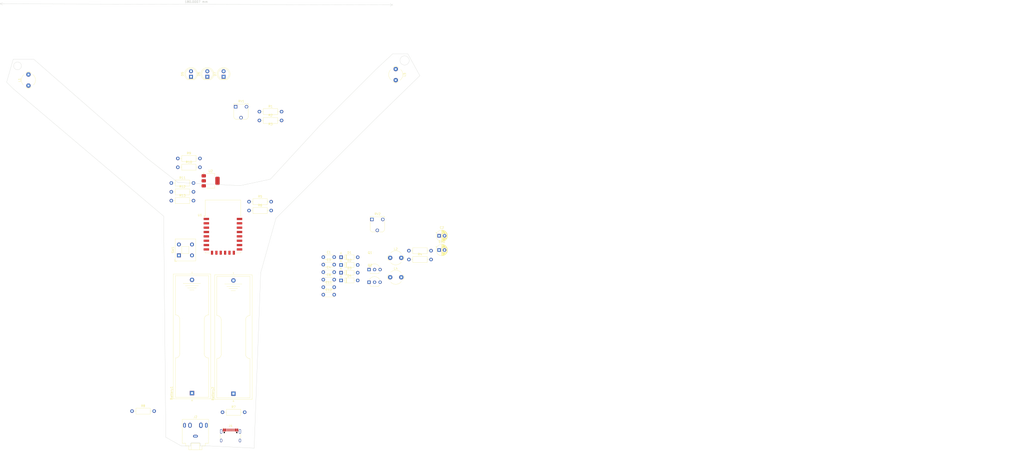
<source format=kicad_pcb>
(kicad_pcb (version 20240108) (generator "pcbnew") (generator_version "8.0")
  (layers (0 "F.Cu" signal) (31 "B.Cu" signal) (34 "B.Paste" user) (35 "F.Paste" user) (36 "B.SilkS" user "B.Silkscreen") (37 "F.SilkS" user "F.Silkscreen") (38 "B.Mask" user) (39 "F.Mask" user) (44 "Edge.Cuts" user))
  (net 0 "")
  (net 1 "Net-(C1-Pad2)")
  (net 2 "Net-(D2-A)")
  (net 3 "Net-(Q1-C)")
  (net 4 "Net-(D1-A)")
  (net 5 "GND_ESP")
  (net 6 "Net-(C10-Pad1)")
  (net 7 "Net-(D4-A)")
  (net 8 "Net-(Q2-C)")
  (net 9 "Net-(D3-A)")
  (net 10 "GND1")
  (net 13 "Net-(Q1-B)")
  (net 14 "Net-(Q2-B)")
  (net 15 "Net-(R2-Pad2)")
  (net 16 "Net-(R4-Pad2)")
  (net 17 "A0")
  (net 18 "GND2")
  (net 33 "Net-(Battery1-+)")
  (net 34 "Net-(Battery1--)")
  (net 35 "Net-(Battery2--)")
  (net 37 "Net-(U2-VI)")
  (net 38 "Net-(J4-CC1)")
  (net 39 "Net-(J4-CC2)")
  (net 40 "Net-(U1-GND)")
  (net 41 "Net-(U1-EN)")
  (net 42 "Net-(D5-K)")
  (net 43 "Net-(D6-K)")
  (net 44 "Net-(D7-K)")
  (net 45 "Net-(D6-A)")
  (net 46 "Net-(D5-A)")
  (net 47 "Net-(D7-A)")
  (footprint "Connector_USB:USB_C_Receptacle_HCTL_HC-TYPE-C-16P-01A" (layer "F.Cu") (at 48.18 195.925)
    (property "Reference" "J4" (at 0 -5.645 0) (layer "F.SilkS"))
    (property "Value" "USB_C_Receptacle_PowerOnly_6P")
    (pad "" np_thru_hole circle (at -2.89 -2.605) (size 0.65 0.65) (drill 0.65) (layers "*.Mask"))
    (pad "" np_thru_hole circle (at 2.89 -2.605) (size 0.65 0.65) (drill 0.65) (layers "*.Mask"))
    (pad "A1" smd roundrect (at -3.2 -3.745) (size 0.6 1.3) (layers "F.Cu" "F.Paste" "F.Mask"))
    (pad "A4" smd roundrect (at -2.4 -3.745) (size 0.6 1.3) (layers "F.Cu" "F.Paste" "F.Mask"))
    (pad "A5" smd roundrect (at -1.25 -3.745) (size 0.3 1.3) (layers "F.Cu" "F.Paste" "F.Mask") (net 38 "Net-(J4-CC1)"))
    (pad "A6" smd roundrect (at -0.25 -3.745) (size 0.3 1.3) (layers "F.Cu" "F.Paste" "F.Mask"))
    (pad "A7" smd roundrect (at 0.25 -3.745) (size 0.3 1.3) (layers "F.Cu" "F.Paste" "F.Mask"))
    (pad "A8" smd roundrect (at 1.25 -3.745) (size 0.3 1.3) (layers "F.Cu" "F.Paste" "F.Mask"))
    (pad "A9" smd roundrect (at 2.4 -3.745) (size 0.6 1.3) (layers "F.Cu" "F.Paste" "F.Mask") (net 37 "Net-(U2-VI)"))
    (pad "A12" smd roundrect (at 3.2 -3.745) (size 0.6 1.3) (layers "F.Cu" "F.Paste" "F.Mask") (net 40 "Net-(U1-GND)"))
    (pad "B1" smd roundrect (at 3.2 -3.745) (size 0.6 1.3) (layers "F.Cu" "F.Paste" "F.Mask"))
    (pad "B4" smd roundrect (at 2.4 -3.745) (size 0.6 1.3) (layers "F.Cu" "F.Paste" "F.Mask"))
    (pad "B5" smd roundrect (at 1.75 -3.745) (size 0.3 1.3) (layers "F.Cu" "F.Paste" "F.Mask") (net 39 "Net-(J4-CC2)"))
    (pad "B6" smd roundrect (at 0.75 -3.745) (size 0.3 1.3) (layers "F.Cu" "F.Paste" "F.Mask"))
    (pad "B7" smd roundrect (at -0.75 -3.745) (size 0.3 1.3) (layers "F.Cu" "F.Paste" "F.Mask"))
    (pad "B8" smd roundrect (at -1.75 -3.745) (size 0.3 1.3) (layers "F.Cu" "F.Paste" "F.Mask"))
    (pad "B9" smd roundrect (at -2.4 -3.745) (size 0.6 1.3) (layers "F.Cu" "F.Paste" "F.Mask") (net 37 "Net-(U2-VI)"))
    (pad "B12" smd roundrect (at -3.2 -3.745) (size 0.6 1.3) (layers "F.Cu" "F.Paste" "F.Mask") (net 40 "Net-(U1-GND)"))
    (pad "S1" thru_hole oval (at -4.32 -3.105) (size 1 2.1) (drill oval 0.6 1.7) (layers "*.Cu" "*.Mask"))
    (pad "S1" thru_hole oval (at -4.32 1.075) (size 1 1.6) (drill oval 0.6 1.2) (layers "*.Cu" "*.Mask"))
    (pad "S1" thru_hole oval (at 4.32 -3.105) (size 1 2.1) (drill oval 0.6 1.7) (layers "*.Cu" "*.Mask"))
    (pad "S1" thru_hole oval (at 4.32 1.075) (size 1 1.6) (drill oval 0.6 1.2) (layers "*.Cu" "*.Mask"))
  )
  (footprint "Capacitor_THT:C_Disc_D4.3mm_W1.9mm_P5.00mm" (layer "F.Cu") (at 90.73 119.7)
    (property "Reference" "C4" (at 2.5 -2.2 0) (layer "F.SilkS"))
    (property "Value" "102")
    (pad "1" thru_hole circle (at 0 0) (size 1.6 1.6) (drill 0.8) (layers "*.Cu" "*.Mask") (net 33 "Net-(Battery1-+)"))
    (pad "2" thru_hole circle (at 5 0) (size 1.6 1.6) (drill 0.8) (layers "*.Cu" "*.Mask") (net 17 "A0"))
  )
  (footprint "Diode_THT:D_DO-35_SOD27_P7.62mm_Horizontal" (layer "F.Cu") (at 98.88 119.95)
    (property "Reference" "D3" (at 3.81 -2.12 0) (layer "F.SilkS"))
    (property "Value" "1N4148")
    (fp_text user "K" (at 0 -1.8 0) (layer "F.SilkS"))
    (pad "1" thru_hole rect (at 0 0) (size 1.6 1.6) (drill 0.8) (layers "*.Cu" "*.Mask") (net 18 "GND2"))
    (pad "2" thru_hole oval (at 7.62 0) (size 1.6 1.6) (drill 0.8) (layers "*.Cu" "*.Mask") (net 9 "Net-(D3-A)"))
  )
  (footprint "Battery:BatteryHolder_Keystone_2460_1xAA" (layer "F.Cu") (at 49.5 175.5 90)
    (property "Reference" "Battery2" (at -0.02 -9.42 90) (layer "F.SilkS"))
    (property "Value" "1.5V")
    (fp_text user "+" (at -3.4 -0.06 90) (layer "F.SilkS"))
    (fp_text user "-" (at 55.37 -0.06 90) (layer "F.SilkS"))
    (pad "" np_thru_hole circle (at 2.75 -5.995 180) (size 2.64 2.64) (drill 2.64) (layers "*.Cu" "*.Mask"))
    (pad "" np_thru_hole circle (at 49.23 5.995 90) (size 2.64 2.64) (drill 2.64) (layers "*.Cu" "*.Mask"))
    (pad "1" thru_hole rect (at 0 0 270) (size 2 2) (drill 1.02) (layers "*.Cu" "*.Mask") (net 5 "GND_ESP"))
    (pad "2" thru_hole circle (at 51.99 0 270) (size 2 2) (drill 1.02) (layers "*.Cu" "*.Mask") (net 35 "Net-(Battery2--)"))
  )
  (footprint "Resistor_THT:R_Axial_DIN0207_L6.3mm_D2.5mm_P10.16mm_Horizontal" (layer "F.Cu") (at 21.03 82.825)
    (property "Reference" "R12" (at 5.08 -2.37 0) (layer "F.SilkS"))
    (property "Value" "100R")
    (pad "1" thru_hole circle (at 0 0) (size 1.6 1.6) (drill 0.8) (layers "*.Cu" "*.Mask") (net 40 "Net-(U1-GND)"))
    (pad "2" thru_hole oval (at 10.16 0) (size 1.6 1.6) (drill 0.8) (layers "*.Cu" "*.Mask") (net 43 "Net-(D6-K)"))
  )
  (footprint "LED_THT:LED_D5.0mm" (layer "F.Cu") (at 37.53 30 90)
    (property "Reference" "D6" (at 1.27 -3.96 90) (layer "F.SilkS"))
    (property "Value" "LED")
    (pad "1" thru_hole rect (at 0 0 90) (size 1.8 1.8) (drill 0.9) (layers "*.Cu" "*.Mask") (net 43 "Net-(D6-K)"))
    (pad "2" thru_hole circle (at 2.54 0 90) (size 1.8 1.8) (drill 0.9) (layers "*.Cu" "*.Mask") (net 45 "Net-(D6-A)"))
  )
  (footprint "Diode_THT:D_DO-35_SOD27_P7.62mm_Horizontal" (layer "F.Cu") (at 98.88 116.4)
    (property "Reference" "D2" (at 3.81 -2.12 0) (layer "F.SilkS"))
    (property "Value" "1N4148")
    (fp_text user "K" (at 0 -1.8 0) (layer "F.SilkS"))
    (pad "1" thru_hole rect (at 0 0) (size 1.6 1.6) (drill 0.8) (layers "*.Cu" "*.Mask") (net 4 "Net-(D1-A)"))
    (pad "2" thru_hole oval (at 7.62 0) (size 1.6 1.6) (drill 0.8) (layers "*.Cu" "*.Mask") (net 2 "Net-(D2-A)"))
  )
  (footprint "Resistor_THT:R_Axial_DIN0207_L6.3mm_D2.5mm_P10.16mm_Horizontal" (layer "F.Cu") (at 24 71.55)
    (property "Reference" "R10" (at 5.08 -2.37 0) (layer "F.SilkS"))
    (property "Value" "5.1K")
    (pad "1" thru_hole circle (at 0 0) (size 1.6 1.6) (drill 0.8) (layers "*.Cu" "*.Mask") (net 38 "Net-(J4-CC1)"))
    (pad "2" thru_hole oval (at 10.16 0) (size 1.6 1.6) (drill 0.8) (layers "*.Cu" "*.Mask") (net 40 "Net-(U1-GND)"))
  )
  (footprint "Resistor_THT:R_Axial_DIN0207_L6.3mm_D2.5mm_P10.16mm_Horizontal" (layer "F.Cu") (at 21.03 86.875)
    (property "Reference" "R13" (at 5.08 -2.37 0) (layer "F.SilkS"))
    (property "Value" "100R")
    (pad "1" thru_hole circle (at 0 0) (size 1.6 1.6) (drill 0.8) (layers "*.Cu" "*.Mask") (net 40 "Net-(U1-GND)"))
    (pad "2" thru_hole oval (at 10.16 0) (size 1.6 1.6) (drill 0.8) (layers "*.Cu" "*.Mask") (net 44 "Net-(D7-K)"))
  )
  (footprint "Resistor_THT:R_Axial_DIN0207_L6.3mm_D2.5mm_P10.16mm_Horizontal" (layer "F.Cu") (at 61.42 46)
    (property "Reference" "R1" (at 5.08 -2.37 0) (layer "F.SilkS"))
    (property "Value" "10K")
    (pad "1" thru_hole circle (at 0 0) (size 1.6 1.6) (drill 0.8) (layers "*.Cu" "*.Mask") (net 2 "Net-(D2-A)"))
    (pad "2" thru_hole oval (at 10.16 0) (size 1.6 1.6) (drill 0.8) (layers "*.Cu" "*.Mask") (net 1 "Net-(C1-Pad2)"))
  )
  (footprint "Resistor_THT:R_Axial_DIN0207_L6.3mm_D2.5mm_P10.16mm_Horizontal" (layer "F.Cu") (at 129.98 113.9)
    (property "Reference" "R4" (at 5.08 -2.37 0) (layer "F.SilkS"))
    (property "Value" "10K")
    (pad "1" thru_hole circle (at 0 0) (size 1.6 1.6) (drill 0.8) (layers "*.Cu" "*.Mask") (net 6 "Net-(C10-Pad1)"))
    (pad "2" thru_hole oval (at 10.16 0) (size 1.6 1.6) (drill 0.8) (layers "*.Cu" "*.Mask") (net 16 "Net-(R4-Pad2)"))
  )
  (footprint "Capacitor_THT:C_Disc_D4.3mm_W1.9mm_P5.00mm" (layer "F.Cu") (at 90.73 130.05)
    (property "Reference" "C12" (at 2.5 -2.2 0) (layer "F.SilkS"))
    (property "Value" "102")
    (pad "1" thru_hole circle (at 0 0) (size 1.6 1.6) (drill 0.8) (layers "*.Cu" "*.Mask") (net 5 "GND_ESP"))
    (pad "2" thru_hole circle (at 5 0) (size 1.6 1.6) (drill 0.8) (layers "*.Cu" "*.Mask") (net 17 "A0"))
  )
  (footprint "Resistor_THT:R_Axial_DIN0207_L6.3mm_D2.5mm_P10.16mm_Horizontal" (layer "F.Cu") (at 44.5 184)
    (property "Reference" "R7" (at 5.08 -2.37 360) (layer "F.SilkS"))
    (property "Value" "33R")
    (pad "1" thru_hole circle (at 0 0) (size 1.6 1.6) (drill 0.8) (layers "*.Cu" "*.Mask") (net 33 "Net-(Battery1-+)"))
    (pad "2" thru_hole oval (at 10.16 0) (size 1.6 1.6) (drill 0.8) (layers "*.Cu" "*.Mask") (net 17 "A0"))
  )
  (footprint "Capacitor_THT:CP_Radial_D5.0mm_P2.50mm" (layer "F.Cu") (at 143.829775 109.55)
    (property "Reference" "C10" (at 1.25 -3.75 0) (layer "F.SilkS"))
    (property "Value" "10uF")
    (pad "1" thru_hole rect (at 0 0) (size 1.6 1.6) (drill 0.8) (layers "*.Cu" "*.Mask") (net 6 "Net-(C10-Pad1)"))
    (pad "2" thru_hole circle (at 2.5 0) (size 1.6 1.6) (drill 0.8) (layers "*.Cu" "*.Mask") (net 7 "Net-(D4-A)"))
  )
  (footprint "Capacitor_THT:C_Disc_D4.3mm_W1.9mm_P5.00mm" (layer "F.Cu") (at 90.73 126.6)
    (property "Reference" "C11" (at 2.5 -2.2 0) (layer "F.SilkS"))
    (property "Value" "271")
    (pad "1" thru_hole circle (at 0 0) (size 1.6 1.6) (drill 0.8) (layers "*.Cu" "*.Mask") (net 9 "Net-(D3-A)"))
    (pad "2" thru_hole circle (at 5 0) (size 1.6 1.6) (drill 0.8) (layers "*.Cu" "*.Mask") (net 8 "Net-(Q2-C)"))
  )
  (footprint "Potentiometer_THT:Potentiometer_Runtron_RM-065_Vertical" (layer "F.Cu") (at 50.5 43.76)
    (property "Reference" "RV1" (at 2.6 -2.5 0) (layer "F.SilkS"))
    (property "Value" "50k")
    (pad "1" thru_hole rect (at 0 0) (size 1.56 1.56) (drill 1) (layers "*.Cu" "*.Mask") (net 15 "Net-(R2-Pad2)"))
    (pad "2" thru_hole circle (at 2.5 5) (size 1.56 1.56) (drill 1) (layers "*.Cu" "*.Mask") (net 15 "Net-(R2-Pad2)"))
    (pad "3" thru_hole circle (at 5 0) (size 1.56 1.56) (drill 1) (layers "*.Cu" "*.Mask") (net 33 "Net-(Battery1-+)"))
  )
  (footprint "LED_THT:LED_D5.0mm" (layer "F.Cu") (at 30.06 30 90)
    (property "Reference" "D5" (at 1.27 -3.96 90) (layer "F.SilkS"))
    (property "Value" "LED")
    (pad "1" thru_hole rect (at 0 0 90) (size 1.8 1.8) (drill 0.9) (layers "*.Cu" "*.Mask") (net 42 "Net-(D5-K)"))
    (pad "2" thru_hole circle (at 2.54 0 90) (size 1.8 1.8) (drill 0.9) (layers "*.Cu" "*.Mask") (net 46 "Net-(D5-A)"))
  )
  (footprint "Package_TO_SOT_THT:TO-92_Inline_Wide" (layer "F.Cu") (at 111.69 118.53)
    (property "Reference" "Q1" (at 0.46 -7.76 0) (layer "F.SilkS"))
    (property "Value" "BC547/S9014")
    (pad "1" thru_hole rect (at 0 0) (size 1.5 1.5) (drill 0.8) (layers "*.Cu" "*.Mask") (net 3 "Net-(Q1-C)"))
    (pad "2" thru_hole circle (at 2.54 0) (size 1.5 1.5) (drill 0.8) (layers "*.Cu" "*.Mask") (net 13 "Net-(Q1-B)"))
    (pad "3" thru_hole circle (at 5.08 0) (size 1.5 1.5) (drill 0.8) (layers "*.Cu" "*.Mask") (net 10 "GND1"))
  )
  (footprint "Diode_THT:D_DO-35_SOD27_P7.62mm_Horizontal" (layer "F.Cu") (at 98.88 123.5)
    (property "Reference" "D4" (at 3.81 -2.12 0) (layer "F.SilkS"))
    (property "Value" "1N4148")
    (fp_text user "K" (at 0 -1.8 0) (layer "F.SilkS"))
    (pad "1" thru_hole rect (at 0 0) (size 1.6 1.6) (drill 0.8) (layers "*.Cu" "*.Mask") (net 9 "Net-(D3-A)"))
    (pad "2" thru_hole oval (at 7.62 0) (size 1.6 1.6) (drill 0.8) (layers "*.Cu" "*.Mask") (net 7 "Net-(D4-A)"))
  )
  (footprint "Battery:BatteryHolder_Keystone_2460_1xAA" (layer "F.Cu") (at 30.505 175.23 90)
    (property "Reference" "Battery1" (at -0.02 -9.42 90) (layer "F.SilkS"))
    (property "Value" "1.5V")
    (fp_text user "-" (at 55.37 -0.06 90) (layer "F.SilkS"))
    (fp_text user "+" (at -3.4 -0.06 90) (layer "F.SilkS"))
    (pad "" np_thru_hole circle (at 2.75 -5.995 180) (size 2.64 2.64) (drill 2.64) (layers "*.Cu" "*.Mask"))
    (pad "" np_thru_hole circle (at 49.23 5.995 90) (size 2.64 2.64) (drill 2.64) (layers "*.Cu" "*.Mask"))
    (pad "1" thru_hole rect (at 0 0 270) (size 2 2) (drill 1.02) (layers "*.Cu" "*.Mask") (net 33 "Net-(Battery1-+)"))
    (pad "2" thru_hole circle (at 51.99 0 270) (size 2 2) (drill 1.02) (layers "*.Cu" "*.Mask") (net 34 "Net-(Battery1--)"))
  )
  (footprint "Resistor_THT:R_Axial_DIN0207_L6.3mm_D2.5mm_P10.16mm_Horizontal" (layer "F.Cu") (at 21.03 78.775)
    (property "Reference" "R11" (at 5.08 -2.37 0) (layer "F.SilkS"))
    (property "Value" "100R")
    (pad "1" thru_hole circle (at 0 0) (size 1.6 1.6) (drill 0.8) (layers "*.Cu" "*.Mask") (net 40 "Net-(U1-GND)"))
    (pad "2" thru_hole oval (at 10.16 0) (size 1.6 1.6) (drill 0.8) (layers "*.Cu" "*.Mask") (net 42 "Net-(D5-K)"))
  )
  (footprint "Ferrite_THT:LairdTech_28C0236-0JW-10" (layer "F.Cu") (at 121.402832 122.05)
    (property "Reference" "L4" (at 2.54 -4.064 0) (layer "F.SilkS"))
    (property "Value" "2.2mH")
    (pad "1" thru_hole circle (at 0 0) (size 2 2) (drill 0.8) (layers "*.Cu" "*.Mask") (net 8 "Net-(Q2-C)"))
    (pad "2" thru_hole circle (at 5.08 0) (size 2 2) (drill 0.8) (layers "*.Cu" "*.Mask") (net 17 "A0"))
  )
  (footprint "Resistor_THT:R_Axial_DIN0207_L6.3mm_D2.5mm_P10.16mm_Horizontal" (layer "F.Cu") (at 129.98 109.85)
    (property "Reference" "R3" (at -63.48 -58.12 0) (layer "F.SilkS"))
    (property "Value" "10K")
    (pad "1" thru_hole circle (at 0 0) (size 1.6 1.6) (drill 0.8) (layers "*.Cu" "*.Mask") (net 7 "Net-(D4-A)"))
    (pad "2" thru_hole oval (at 10.16 0) (size 1.6 1.6) (drill 0.8) (layers "*.Cu" "*.Mask") (net 6 "Net-(C10-Pad1)"))
  )
  (footprint "Diode_THT:D_DO-35_SOD27_P7.62mm_Horizontal" (layer "F.Cu") (at 98.88 112.85)
    (property "Reference" "D1" (at 3.81 -2.12 0) (layer "F.SilkS"))
    (property "Value" "1N4148")
    (fp_text user "K" (at 0 -1.8 0) (layer "F.SilkS"))
    (pad "1" thru_hole rect (at 0 0) (size 1.6 1.6) (drill 0.8) (layers "*.Cu" "*.Mask") (net 10 "GND1"))
    (pad "2" thru_hole oval (at 7.62 0) (size 1.6 1.6) (drill 0.8) (layers "*.Cu" "*.Mask") (net 4 "Net-(D1-A)"))
  )
  (footprint "Resistor_THT:R_Axial_DIN0207_L6.3mm_D2.5mm_P10.16mm_Horizontal" (layer "F.Cu") (at 56.66 87.35)
    (property "Reference" "R5" (at 5.08 -2.37 0) (layer "F.SilkS"))
    (property "Value" "33K")
    (pad "1" thru_hole circle (at 0 0) (size 1.6 1.6) (drill 0.8) (layers "*.Cu" "*.Mask") (net 1 "Net-(C1-Pad2)"))
    (pad "2" thru_hole oval (at 10.16 0) (size 1.6 1.6) (drill 0.8) (layers "*.Cu" "*.Mask") (net 13 "Net-(Q1-B)"))
  )
  (footprint "Capacitor_THT:C_Disc_D4.3mm_W1.9mm_P5.00mm" (layer "F.Cu") (at 90.73 116.25)
    (property "Reference" "C3" (at 2.5 -2.2 0) (layer "F.SilkS"))
    (property "Value" "271")
    (pad "1" thru_hole circle (at 0 0) (size 1.6 1.6) (drill 0.8) (layers "*.Cu" "*.Mask") (net 4 "Net-(D1-A)"))
    (pad "2" thru_hole circle (at 5 0) (size 1.6 1.6) (drill 0.8) (layers "*.Cu" "*.Mask") (net 3 "Net-(Q1-C)"))
  )
  (footprint "Package_TO_SOT_SMD:SOT-223-3_TabPin2" (layer "F.Cu") (at 39.04 77.775)
    (property "Reference" "U2" (at 0 -4.5 0) (layer "F.SilkS"))
    (property "Value" "LM1117MP-3.3")
    (pad "1" smd roundrect (at -3.15 -2.3) (size 2 1.5) (layers "F.Cu" "F.Paste" "F.Mask") (net 40 "Net-(U1-GND)"))
    (pad "2" smd roundrect (at -3.15 0) (size 2 1.5) (layers "F.Cu" "F.Paste" "F.Mask") (net 41 "Net-(U1-EN)"))
    (pad "2" smd roundrect (at 3.15 0) (size 2 3.8) (layers "F.Cu" "F.Paste" "F.Mask") (net 41 "Net-(U1-EN)"))
    (pad "3" smd roundrect (at -3.15 2.3) (size 2 1.5) (layers "F.Cu" "F.Paste" "F.Mask") (net 37 "Net-(U2-VI)"))
  )
  (footprint "Ferrite_THT:LairdTech_28C0236-0JW-10" (layer "F.Cu") (at -44.5 34.04 90)
    (property "Reference" "L1" (at 2.54 -4.064 90) (layer "F.SilkS"))
    (property "Value" "10-20mH")
    (pad "1" thru_hole circle (at 0 0 90) (size 2 2) (drill 0.8) (layers "*.Cu" "*.Mask") (net 1 "Net-(C1-Pad2)"))
    (pad "2" thru_hole circle (at 5.08 0 90) (size 2 2) (drill 0.8) (layers "*.Cu" "*.Mask") (net 13 "Net-(Q1-B)"))
  )
  (footprint "Button_Switch_THT:SW_Push_2P1T_Toggle_CK_PVA1xxH1xxxxxxV2" (layer "F.Cu") (at 24.5 112 90)
    (property "Reference" "SW1" (at 2.5 -2.75 90) (layer "F.SilkS"))
    (property "Value" "SW_DPST_x2")
    (pad "1" thru_hole rect (at 0 0 90) (size 1.8 1.8) (drill 0.9) (layers "*.Cu" "*.Mask") (net 34 "Net-(Battery1--)"))
    (pad "2" thru_hole circle (at 5 0 90) (size 1.8 1.8) (drill 0.9) (layers "*.Cu" "*.Mask") (net 10 "GND1"))
    (pad "3" thru_hole circle (at 0 6 90) (size 1.8 1.8) (drill 0.9) (layers "*.Cu" "*.Mask") (net 35 "Net-(Battery2--)"))
    (pad "4" thru_hole circle (at 5 6 90) (size 1.8 1.8) (drill 0.9) (layers "*.Cu" "*.Mask") (net 18 "GND2"))
  )
  (footprint "Ferrite_THT:LairdTech_28C0236-0JW-10" (layer "F.Cu") (at 123.942832 26.46 -90)
    (property "Reference" "L5" (at 2.54 -4.064 90) (layer "F.SilkS"))
    (property "Value" "10-20mH")
    (pad "1" thru_hole circle (at 0 0 270) (size 2 2) (drill 0.8) (layers "*.Cu" "*.Mask") (net 6 "Net-(C10-Pad1)"))
    (pad "2" thru_hole circle (at 5.08 0 270) (size 2 2) (drill 0.8) (layers "*.Cu" "*.Mask") (net 14 "Net-(Q2-B)"))
  )
  (footprint "Resistor_THT:R_Axial_DIN0207_L6.3mm_D2.5mm_P10.16mm_Horizontal" (layer "F.Cu") (at 24 67.5)
    (property "Reference" "R9" (at 5.08 -2.37 0) (layer "F.SilkS"))
    (property "Value" "5.1K")
    (pad "1" thru_hole circle (at 0 0) (size 1.6 1.6) (drill 0.8) (layers "*.Cu" "*.Mask") (net 39 "Net-(J4-CC2)"))
    (pad "2" thru_hole oval (at 10.16 0) (size 1.6 1.6) (drill 0.8) (layers "*.Cu" "*.Mask") (net 40 "Net-(U1-GND)"))
  )
  (footprint "Resistor_THT:R_Axial_DIN0207_L6.3mm_D2.5mm_P10.16mm_Horizontal" (layer "F.Cu") (at 56.66 91.4)
    (property "Reference" "R6" (at 5.08 -2.37 0) (layer "F.SilkS"))
    (property "Value" "33K")
    (pad "1" thru_hole circle (at 0 0) (size 1.6 1.6) (drill 0.8) (layers "*.Cu" "*.Mask") (net 6 "Net-(C10-Pad1)"))
    (pad "2" thru_hole oval (at 10.16 0) (size 1.6 1.6) (drill 0.8) (layers "*.Cu" "*.Mask") (net 14 "Net-(Q2-B)"))
  )
  (footprint "Potentiometer_THT:Potentiometer_Runtron_RM-065_Vertical" (layer "F.Cu") (at 113 95.5)
    (property "Reference" "RV2" (at 2.6 -2.5 0) (layer "F.SilkS"))
    (property "Value" "50k")
    (pad "1" thru_hole rect (at 0 0) (size 1.56 1.56) (drill 1) (layers "*.Cu" "*.Mask") (net 16 "Net-(R4-Pad2)"))
    (pad "2" thru_hole circle (at 2.5 5) (size 1.56 1.56) (drill 1) (layers "*.Cu" "*.Mask") (net 16 "Net-(R4-Pad2)"))
    (pad "3" thru_hole circle (at 5 0) (size 1.56 1.56) (drill 1) (layers "*.Cu" "*.Mask") (net 5 "GND_ESP"))
  )
  (footprint "Capacitor_THT:CP_Radial_D5.0mm_P2.50mm" (layer "F.Cu") (at 143.829775 103)
    (property "Reference" "C2" (at 1.25 -3.75 0) (layer "F.SilkS"))
    (property "Value" "10uF")
    (pad "1" thru_hole rect (at 0 0) (size 1.6 1.6) (drill 0.8) (layers "*.Cu" "*.Mask") (net 1 "Net-(C1-Pad2)"))
    (pad "2" thru_hole circle (at 2.5 0) (size 1.6 1.6) (drill 0.8) (layers "*.Cu" "*.Mask") (net 2 "Net-(D2-A)"))
  )
  (footprint "Capacitor_THT:C_Disc_D4.3mm_W1.9mm_P5.00mm" (layer "F.Cu") (at 90.73 112.8)
    (property "Reference" "C1" (at 2.5 -2.2 0) (layer "F.SilkS"))
    (property "Value" "103")
    (pad "1" thru_hole circle (at 0 0) (size 1.6 1.6) (drill 0.8) (layers "*.Cu" "*.Mask") (net 10 "GND1"))
    (pad "2" thru_hole circle (at 5 0) (size 1.6 1.6) (drill 0.8) (layers "*.Cu" "*.Mask") (net 1 "Net-(C1-Pad2)"))
  )
  (footprint "Resistor_THT:R_Axial_DIN0207_L6.3mm_D2.5mm_P10.16mm_Horizontal" (layer "F.Cu") (at 3 183.5)
    (property "Reference" "R8" (at 5.08 -2.37 360) (layer "F.SilkS"))
    (property "Value" "33R")
    (pad "1" thru_hole circle (at 0 0) (size 1.6 1.6) (drill 0.8) (layers "*.Cu" "*.Mask") (net 5 "GND_ESP"))
    (pad "2" thru_hole oval (at 10.16 0) (size 1.6 1.6) (drill 0.8) (layers "*.Cu" "*.Mask") (net 17 "A0"))
  )
  (footprint "RF_Module:ESP-12E" (layer "F.Cu") (at 44.69 98.775)
    (property "Reference" "U1" (at -10.56 -5.26 0) (layer "F.SilkS"))
    (property "Value" "ESP-12F")
    (pad "1" smd rect (at -7.6 -3.5) (size 2.5 1) (layers "F.Cu" "F.Paste" "F.Mask"))
    (pad "2" smd rect (at -7.6 -1.5) (size 2.5 1) (layers "F.Cu" "F.Paste" "F.Mask") (net 17 "A0"))
    (pad "3" smd rect (at -7.6 0.5) (size 2.5 1) (layers "F.Cu" "F.Paste" "F.Mask") (net 41 "Net-(U1-EN)"))
    (pad "4" smd rect (at -7.6 2.5) (size 2.5 1) (layers "F.Cu" "F.Paste" "F.Mask") (net 46 "Net-(D5-A)"))
    (pad "5" smd rect (at -7.6 4.5) (size 2.5 1) (layers "F.Cu" "F.Paste" "F.Mask"))
    (pad "6" smd rect (at -7.6 6.5) (size 2.5 1) (layers "F.Cu" "F.Paste" "F.Mask"))
    (pad "7" smd rect (at -7.6 8.5) (size 2.5 1) (layers "F.Cu" "F.Paste" "F.Mask"))
    (pad "8" smd rect (at -7.6 10.5) (size 2.5 1) (layers "F.Cu" "F.Paste" "F.Mask") (net 41 "Net-(U1-EN)"))
    (pad "9" smd rect (at -5 12) (size 1 1.8) (layers "F.Cu" "F.Paste" "F.Mask"))
    (pad "10" smd rect (at -3 12) (size 1 1.8) (layers "F.Cu" "F.Paste" "F.Mask"))
    (pad "11" smd rect (at -1 12) (size 1 1.8) (layers "F.Cu" "F.Paste" "F.Mask"))
    (pad "12" smd rect (at 1 12) (size 1 1.8) (layers "F.Cu" "F.Paste" "F.Mask"))
    (pad "13" smd rect (at 3 12) (size 1 1.8) (layers "F.Cu" "F.Paste" "F.Mask"))
    (pad "14" smd rect (at 5 12) (size 1 1.8) (layers "F.Cu" "F.Paste" "F.Mask"))
    (pad "15" smd rect (at 7.6 10.5) (size 2.5 1) (layers "F.Cu" "F.Paste" "F.Mask") (net 40 "Net-(U1-GND)"))
    (pad "16" smd rect (at 7.6 8.5) (size 2.5 1) (layers "F.Cu" "F.Paste" "F.Mask") (net 40 "Net-(U1-GND)"))
    (pad "17" smd rect (at 7.6 6.5) (size 2.5 1) (layers "F.Cu" "F.Paste" "F.Mask"))
    (pad "18" smd rect (at 7.6 4.5) (size 2.5 1) (layers "F.Cu" "F.Paste" "F.Mask"))
    (pad "19" smd rect (at 7.6 2.5) (size 2.5 1) (layers "F.Cu" "F.Paste" "F.Mask") (net 47 "Net-(D7-A)"))
    (pad "20" smd rect (at 7.6 0.5) (size 2.5 1) (layers "F.Cu" "F.Paste" "F.Mask") (net 45 "Net-(D6-A)"))
    (pad "21" smd rect (at 7.6 -1.5) (size 2.5 1) (layers "F.Cu" "F.Paste" "F.Mask"))
    (pad "22" smd rect (at 7.6 -3.5) (size 2.5 1) (layers "F.Cu" "F.Paste" "F.Mask"))
  )
  (footprint "Connector_Audio:Jack_3.5mm_CUI_SJ1-3525N_Horizontal" (layer "F.Cu") (at 32.08 195)
    (property "Reference" "J2" (at 0 -8.8 360) (layer "F.SilkS"))
    (property "Value" "AudioJack2")
    (fp_line (start -2.2 3.5) (end -2.2 4.5) (stroke (width 0.12)) (layer "Edge.Cuts"))
    (fp_line (start -2.2 4.5) (end -6.5 4.5) (stroke (width 0.12)) (layer "Edge.Cuts"))
    (fp_line (start 1.8 3.1) (end -1.8 3.1) (stroke (width 0.12)) (layer "Edge.Cuts"))
    (fp_line (start 2.2 3.5) (end 2.2 4.5) (stroke (width 0.12)) (layer "Edge.Cuts"))
    (fp_line (start 2.2 4.5) (end 6.5 4.5) (stroke (width 0.12)) (layer "Edge.Cuts"))
    (fp_arc (start -2.2 3.5) (mid -2.082842 3.217158) (end -1.8 3.1) (stroke (width 0.12)) (layer "Edge.Cuts"))
    (fp_arc (start 1.8 3.1) (mid 2.082843 3.217157) (end 2.2 3.5) (stroke (width 0.12)) (layer "Edge.Cuts"))
    (pad "" np_thru_hole circle (at -5 0) (size 1.2 1.2) (drill 1.2) (layers "F&B.Cu" "*.Mask"))
    (pad "" np_thru_hole circle (at -5 2.5) (size 1.2 1.2) (drill 1.2) (layers "F&B.Cu" "*.Mask"))
    (pad "" np_thru_hole circle (at 0 -5) (size 1.2 1.2) (drill 1.2) (layers "F&B.Cu" "*.Mask"))
    (pad "" np_thru_hole circle (at 5 0) (size 1.2 1.2) (drill 1.2) (layers "F&B.Cu" "*.Mask"))
    (pad "" np_thru_hole circle (at 5 2.5) (size 1.2 1.2) (drill 1.2) (layers "F&B.Cu" "*.Mask"))
    (pad "R" thru_hole oval (at -5 -5) (size 1.2 2.2) (drill oval 0.4 1.4) (layers "*.Cu" "*.Mask") (net 17 "A0"))
    (pad "RN" thru_hole oval (at -2.5 -5) (size 1.6 2.3) (drill oval 0.8 1.5) (layers "*.Cu" "*.Mask"))
    (pad "S" thru_hole oval (at 0 0) (size 2.2 1.2) (drill oval 1.4 0.4) (layers "*.Cu" "*.Mask") (net 17 "A0"))
    (pad "T" thru_hole oval (at 5 -5 180) (size 1.2 2.2) (drill oval 0.4 1.4) (layers "*.Cu" "*.Mask") (net 33 "Net-(Battery1-+)"))
    (pad "TN" thru_hole oval (at 2.5 -5 180) (size 1.6 2.5) (drill oval 0.8 1.5) (layers "*.Cu" "*.Mask"))
  )
  (footprint "LED_THT:LED_D5.0mm" (layer "F.Cu") (at 45 30 90)
    (property "Reference" "D7" (at 1.27 -3.96 90) (layer "F.SilkS"))
    (property "Value" "LED")
    (pad "1" thru_hole rect (at 0 0 90) (size 1.8 1.8) (drill 0.9) (layers "*.Cu" "*.Mask") (net 44 "Net-(D7-K)"))
    (pad "2" thru_hole circle (at 2.54 0 90) (size 1.8 1.8) (drill 0.9) (layers "*.Cu" "*.Mask") (net 47 "Net-(D7-A)"))
  )
  (footprint "Package_TO_SOT_THT:TO-92_Inline_Wide" (layer "F.Cu") (at 111.69 124.32)
    (property "Reference" "Q2" (at 0.46 -7.76 0) (layer "F.SilkS"))
    (property "Value" "BC547/S9014")
    (pad "1" thru_hole rect (at 0 0) (size 1.5 1.5) (drill 0.8) (layers "*.Cu" "*.Mask") (net 8 "Net-(Q2-C)"))
    (pad "2" thru_hole circle (at 2.54 0) (size 1.5 1.5) (drill 0.8) (layers "*.Cu" "*.Mask") (net 14 "Net-(Q2-B)"))
    (pad "3" thru_hole circle (at 5.08 0) (size 1.5 1.5) (drill 0.8) (layers "*.Cu" "*.Mask") (net 18 "GND2"))
  )
  (footprint "Resistor_THT:R_Axial_DIN0207_L6.3mm_D2.5mm_P10.16mm_Horizontal" (layer "F.Cu") (at 61.42 50.05)
    (property "Reference" "R2" (at 5.08 -2.37 0) (layer "F.SilkS"))
    (property "Value" "10K")
    (pad "1" thru_hole circle (at 0 0) (size 1.6 1.6) (drill 0.8) (layers "*.Cu" "*.Mask") (net 1 "Net-(C1-Pad2)"))
    (pad "2" thru_hole oval (at 10.16 0) (size 1.6 1.6) (drill 0.8) (layers "*.Cu" "*.Mask") (net 15 "Net-(R2-Pad2)"))
  )
  (footprint "Capacitor_THT:C_Disc_D4.3mm_W1.9mm_P5.00mm" (layer "F.Cu") (at 90.73 123.15)
    (property "Reference" "C8" (at 2.5 -2.2 0) (layer "F.SilkS"))
    (property "Value" "103")
    (pad "1" thru_hole circle (at 0 0) (size 1.6 1.6) (drill 0.8) (layers "*.Cu" "*.Mask") (net 18 "GND2"))
    (pad "2" thru_hole circle (at 5 0) (size 1.6 1.6) (drill 0.8) (layers "*.Cu" "*.Mask") (net 6 "Net-(C10-Pad1)"))
  )
  (footprint "Ferrite_THT:LairdTech_28C0236-0JW-10" (layer "F.Cu") (at 121.402832 113.12)
    (property "Reference" "L2" (at 2.54 -4.064 0) (layer "F.SilkS"))
    (property "Value" "2.2mH")
    (pad "1" thru_hole circle (at 0 0) (size 2 2) (drill 0.8) (layers "*.Cu" "*.Mask") (net 3 "Net-(Q1-C)"))
    (pad "2" thru_hole circle (at 5.08 0) (size 2 2) (drill 0.8) (layers "*.Cu" "*.Mask") (net 17 "A0"))
  )
  (gr_line (start 52.5 80) (end 24 78.5) (stroke (width 0.1)) (layer "Edge.Cuts"))
  (gr_line (start 115 49) (end 135 29.5) (stroke (width 0.1)) (layer "Edge.Cuts"))
  (gr_line (start 122.5 19.5) (end 115 26.5) (stroke (width 0.1)) (layer "Edge.Cuts"))
  (gr_line (start 17.5 94) (end 18.5 195.5) (stroke (width 0.1)) (layer "Edge.Cuts"))
  (gr_line (start 115 26.5) (end 89.5 52) (stroke (width 0.1)) (layer "Edge.Cuts"))
  (gr_line (start -42 22) (end -51.5 22) (stroke (width 0.1)) (layer "Edge.Cuts"))
  (gr_line (start 69 95) (end 115 49) (stroke (width 0.1)) (layer "Edge.Cuts"))
  (gr_line (start 59 200.5) (end 62 120) (stroke (width 0.1)) (layer "Edge.Cuts"))
  (gr_line (start -51.5 22) (end -54.5 32.5) (stroke (width 0.1)) (layer "Edge.Cuts"))
  (gr_line (start 38.58 199.5) (end 59 200.5) (stroke (width 0.1)) (layer "Edge.Cuts"))
  (gr_line (start 135 29.5) (end 129.5 19.5) (stroke (width 0.1)) (layer "Edge.Cuts"))
  (gr_line (start 89.5 52) (end 66.5 77) (stroke (width 0.1)) (layer "Edge.Cuts"))
  (gr_line (start 10 67.5) (end -42 22) (stroke (width 0.1)) (layer "Edge.Cuts"))
  (gr_circle (center -49.5 25) (end -48 26) (stroke (width 0.1)) (fill none) (layer "Edge.Cuts"))
  (gr_line (start -54.5 32.5) (end -51.5 35.5) (stroke (width 0.1)) (layer "Edge.Cuts"))
  (gr_line (start 18.5 195.5) (end 25.58 199.5) (stroke (width 0.1)) (layer "Edge.Cuts"))
  (gr_line (start 62 120) (end 69 95) (stroke (width 0.1)) (layer "Edge.Cuts"))
  (gr_line (start -51.5 35.5) (end 17.5 94) (stroke (width 0.1)) (layer "Edge.Cuts"))
  (gr_line (start 66.5 77) (end 52.5 80) (stroke (width 0.1)) (layer "Edge.Cuts"))
  (gr_line (start 24 78.5) (end 10 67.5) (stroke (width 0.1)) (layer "Edge.Cuts"))
  (gr_circle (center 128 22.5) (end 129.5 24) (stroke (width 0.1)) (fill none) (layer "Edge.Cuts"))
  (gr_line (start 129.5 19.5) (end 122.5 19.5) (stroke (width 0.1)) (layer "Edge.Cuts"))
  (dimension (type aligned) (layer "Edge.Cuts") (pts (xy -57.5 -3.5) (xy 122.5 -3)) (height 0) (gr_text "180.0007 mm" (at 32.503194 -4.399996 359.8408455) (layer "Edge.Cuts") (effects (font (size 1 1) (thickness 0.15)))) (format (prefix "") (suffix "") (units 3) (units_format 1) (precision 4)) (style (thickness 0.1) (arrow_length 1.27) (text_position_mode 0) (extension_height 0.58642) (extension_offset 0.5) keep_text_aligned))
)
</source>
